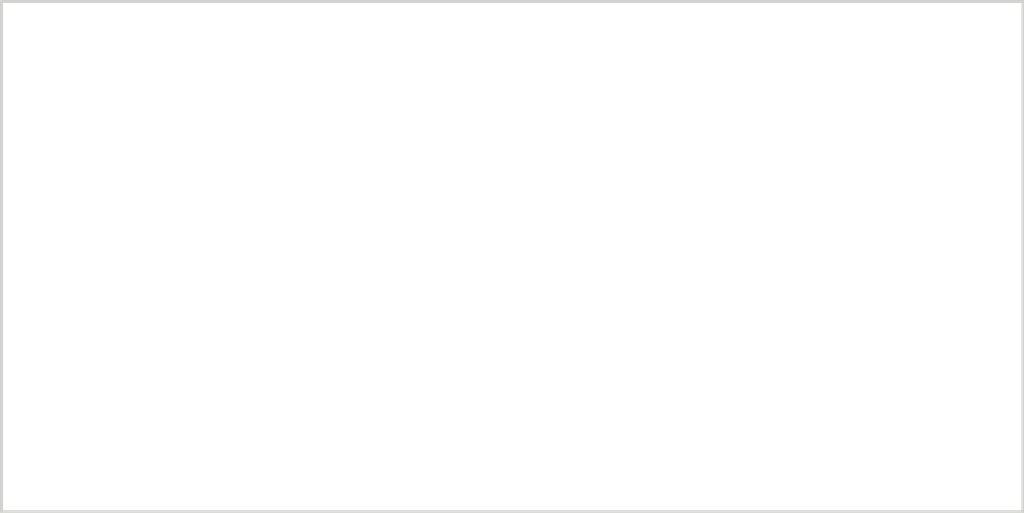
<source format=kicad_pcb>
(kicad_pcb (version 3) (host pcbnew "(2014-01-10 BZR 4027)-stable")

  (general
    (links 0)
    (no_connects 0)
    (area 155.880999 95.682999 211.911001 140.537001)
    (thickness 1.6)
    (drawings 4)
    (tracks 0)
    (zones 0)
    (modules 0)
    (nets 1)
  )

  (page A3)
  (layers
    (15 F.Cu signal)
    (0 B.Cu signal)
    (16 B.Adhes user)
    (17 F.Adhes user)
    (18 B.Paste user)
    (19 F.Paste user)
    (20 B.SilkS user)
    (21 F.SilkS user)
    (22 B.Mask user)
    (23 F.Mask user)
    (24 Dwgs.User user)
    (25 Cmts.User user)
    (26 Eco1.User user)
    (27 Eco2.User user)
    (28 Edge.Cuts user)
  )

  (setup
    (last_trace_width 0.254)
    (trace_clearance 0.254)
    (zone_clearance 0.508)
    (zone_45_only no)
    (trace_min 0.254)
    (segment_width 0.2)
    (edge_width 0.15)
    (via_size 0.889)
    (via_drill 0.635)
    (via_min_size 0.889)
    (via_min_drill 0.508)
    (uvia_size 0.508)
    (uvia_drill 0.127)
    (uvias_allowed no)
    (uvia_min_size 0.508)
    (uvia_min_drill 0.127)
    (pcb_text_width 0.3)
    (pcb_text_size 1 1)
    (mod_edge_width 0.15)
    (mod_text_size 1 1)
    (mod_text_width 0.15)
    (pad_size 1 1)
    (pad_drill 0.6)
    (pad_to_mask_clearance 0)
    (aux_axis_origin 0 0)
    (visible_elements FFFFFFBF)
    (pcbplotparams
      (layerselection 3178497)
      (usegerberextensions true)
      (excludeedgelayer true)
      (linewidth 0.150000)
      (plotframeref false)
      (viasonmask false)
      (mode 1)
      (useauxorigin false)
      (hpglpennumber 1)
      (hpglpenspeed 20)
      (hpglpendiameter 15)
      (hpglpenoverlay 2)
      (psnegative false)
      (psa4output false)
      (plotreference true)
      (plotvalue true)
      (plotothertext true)
      (plotinvisibletext false)
      (padsonsilk false)
      (subtractmaskfromsilk false)
      (outputformat 1)
      (mirror false)
      (drillshape 1)
      (scaleselection 1)
      (outputdirectory ""))
  )

  (net 0 "")

  (net_class Default "This is the default net class."
    (clearance 0.254)
    (trace_width 0.254)
    (via_dia 0.889)
    (via_drill 0.635)
    (uvia_dia 0.508)
    (uvia_drill 0.127)
    (add_net "")
  )

  (gr_line (start 152.4 127) (end 152.4 152.4) (angle 90) (layer Edge.Cuts) (width 0.15))
  (gr_line (start 203.2 127) (end 152.4 127) (angle 90) (layer Edge.Cuts) (width 0.15))
  (gr_line (start 203.2 152.4) (end 203.2 127) (angle 90) (layer Edge.Cuts) (width 0.15))
  (gr_line (start 152.4 152.4) (end 203.2 152.4) (angle 90) (layer Edge.Cuts) (width 0.15))

)

</source>
